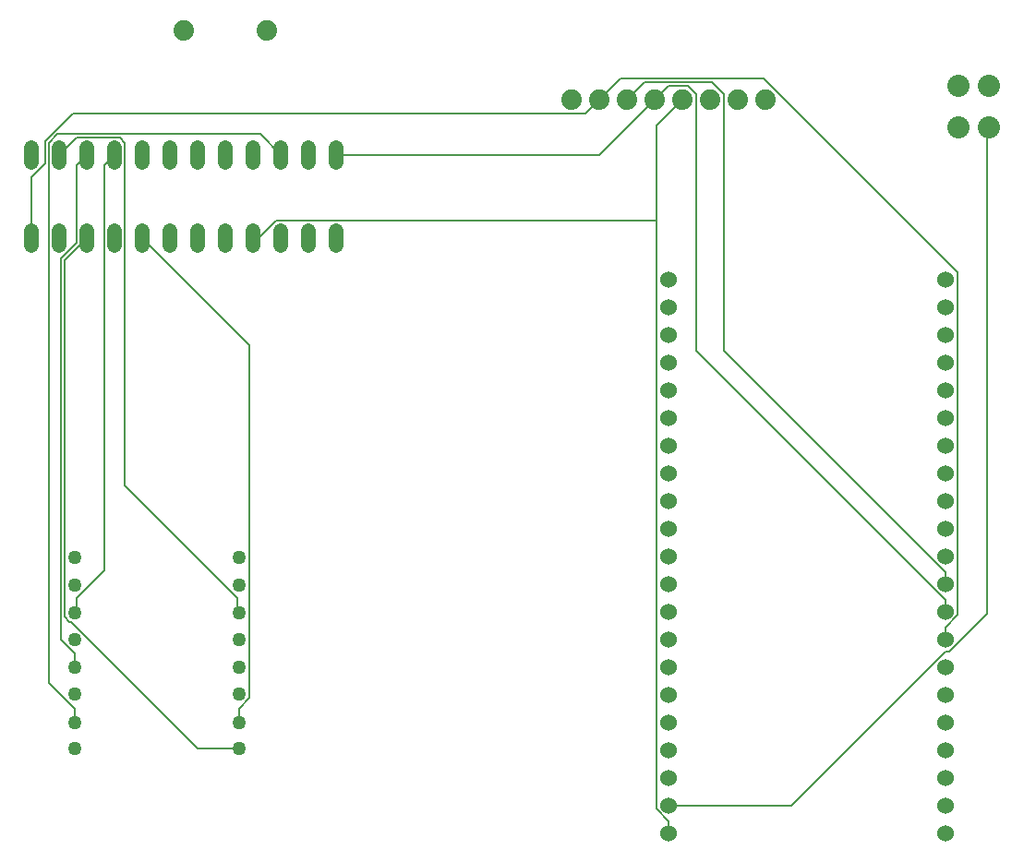
<source format=gbr>
G04 EAGLE Gerber RS-274X export*
G75*
%MOMM*%
%FSLAX34Y34*%
%LPD*%
%INBottom Copper*%
%IPPOS*%
%AMOC8*
5,1,8,0,0,1.08239X$1,22.5*%
G01*
%ADD10C,1.320800*%
%ADD11C,1.879600*%
%ADD12C,1.270000*%
%ADD13C,1.530000*%
%ADD14C,2.032000*%
%ADD15C,0.152400*%


D10*
X88900Y564896D02*
X88900Y578104D01*
X114300Y578104D02*
X114300Y564896D01*
X139700Y564896D02*
X139700Y578104D01*
X165100Y578104D02*
X165100Y564896D01*
X190500Y564896D02*
X190500Y578104D01*
X215900Y578104D02*
X215900Y564896D01*
X241300Y564896D02*
X241300Y578104D01*
X266700Y578104D02*
X266700Y564896D01*
X292100Y564896D02*
X292100Y578104D01*
X317500Y578104D02*
X317500Y564896D01*
X342900Y564896D02*
X342900Y578104D01*
X368300Y578104D02*
X368300Y564896D01*
X368300Y641096D02*
X368300Y654304D01*
X342900Y654304D02*
X342900Y641096D01*
X317500Y641096D02*
X317500Y654304D01*
X292100Y654304D02*
X292100Y641096D01*
X266700Y641096D02*
X266700Y654304D01*
X241300Y654304D02*
X241300Y641096D01*
X215900Y641096D02*
X215900Y654304D01*
X190500Y654304D02*
X190500Y641096D01*
X165100Y641096D02*
X165100Y654304D01*
X139700Y654304D02*
X139700Y641096D01*
X114300Y641096D02*
X114300Y654304D01*
X88900Y654304D02*
X88900Y641096D01*
D11*
X584200Y698500D03*
X609600Y698500D03*
X635000Y698500D03*
X660400Y698500D03*
X685800Y698500D03*
X711200Y698500D03*
X736600Y698500D03*
X762000Y698500D03*
X228600Y762000D03*
X304800Y762000D03*
D12*
X278800Y102900D03*
X278800Y126900D03*
X278800Y152900D03*
X278800Y177900D03*
X278800Y202900D03*
X278800Y227900D03*
X278800Y252900D03*
X278800Y277900D03*
X128800Y102900D03*
X128800Y126900D03*
X128800Y152900D03*
X128800Y177900D03*
X128800Y202900D03*
X128800Y227900D03*
X128800Y252900D03*
X128800Y277900D03*
D13*
X673100Y279400D03*
X673100Y304800D03*
X673100Y330200D03*
X673100Y355600D03*
X673100Y381000D03*
X673100Y406400D03*
X673100Y431800D03*
X673100Y457200D03*
X673100Y482600D03*
X673100Y508000D03*
X673100Y533400D03*
X673100Y25400D03*
X673100Y50800D03*
X673100Y76200D03*
X673100Y101600D03*
X673100Y127000D03*
X673100Y152400D03*
X673100Y177800D03*
X673100Y203200D03*
X673100Y228600D03*
X673100Y254000D03*
X927100Y279400D03*
X927100Y304800D03*
X927100Y330200D03*
X927100Y355600D03*
X927100Y381000D03*
X927100Y406400D03*
X927100Y431800D03*
X927100Y457200D03*
X927100Y482600D03*
X927100Y508000D03*
X927100Y533400D03*
X927100Y25400D03*
X927100Y50800D03*
X927100Y76200D03*
X927100Y101600D03*
X927100Y127000D03*
X927100Y152400D03*
X927100Y177800D03*
X927100Y203200D03*
X927100Y228600D03*
X927100Y254000D03*
D14*
X938530Y673100D03*
X966470Y673100D03*
X938530Y711200D03*
X966470Y711200D03*
D15*
X673100Y36513D02*
X673100Y25400D01*
X673100Y36513D02*
X661988Y47625D01*
X661988Y587375D02*
X661988Y674688D01*
X661988Y587375D02*
X661988Y47625D01*
X661988Y674688D02*
X685800Y698500D01*
X296863Y571500D02*
X292100Y571500D01*
X296863Y571500D02*
X312738Y587375D01*
X661988Y587375D01*
X673100Y50800D02*
X785813Y50800D01*
X927100Y192088D01*
X930275Y192088D01*
X965200Y227013D01*
X965200Y673100D01*
X966470Y673100D01*
X128588Y190500D02*
X128588Y179388D01*
X128588Y190500D02*
X115888Y203200D01*
X115888Y552450D01*
X130175Y566738D01*
X130175Y638175D01*
X139700Y647700D01*
X128588Y179388D02*
X128800Y177900D01*
X241300Y103188D02*
X277813Y103188D01*
X241300Y103188D02*
X125413Y219075D01*
X123825Y219075D01*
X119063Y223838D01*
X119063Y550863D01*
X139700Y571500D01*
X277813Y103188D02*
X278800Y102900D01*
X279400Y127000D02*
X279400Y139700D01*
X288925Y149225D01*
X288925Y473075D01*
X190500Y571500D01*
X278800Y126900D02*
X279400Y127000D01*
X277813Y228600D02*
X277813Y241300D01*
X174625Y344488D01*
X174625Y658813D01*
X169863Y663575D01*
X130175Y663575D01*
X114300Y647700D01*
X277813Y228600D02*
X278800Y227900D01*
X130175Y228600D02*
X130175Y241300D01*
X155575Y266700D01*
X155575Y638175D01*
X165100Y647700D01*
X130175Y228600D02*
X128800Y227900D01*
X128588Y139700D02*
X128588Y127000D01*
X128588Y139700D02*
X104775Y163513D01*
X104775Y658813D01*
X112713Y666750D01*
X298450Y666750D01*
X317500Y647700D01*
X128588Y127000D02*
X128800Y126900D01*
X88900Y571500D02*
X88900Y627063D01*
X101600Y639763D01*
X101600Y660400D01*
X127000Y685800D01*
X596900Y685800D01*
X609600Y698500D01*
X927100Y214313D02*
X927100Y203200D01*
X927100Y214313D02*
X938213Y225425D01*
X938213Y539750D01*
X760413Y717550D01*
X628650Y717550D01*
X609600Y698500D01*
X927100Y265113D02*
X927100Y254000D01*
X927100Y265113D02*
X723900Y468313D01*
X723900Y703263D01*
X712788Y714375D01*
X650875Y714375D01*
X635000Y698500D01*
X609600Y647700D02*
X368300Y647700D01*
X609600Y647700D02*
X660400Y698500D01*
X927100Y239713D02*
X927100Y228600D01*
X927100Y239713D02*
X698500Y468313D01*
X698500Y703263D01*
X690563Y711200D01*
X673100Y711200D01*
X660400Y698500D01*
M02*

</source>
